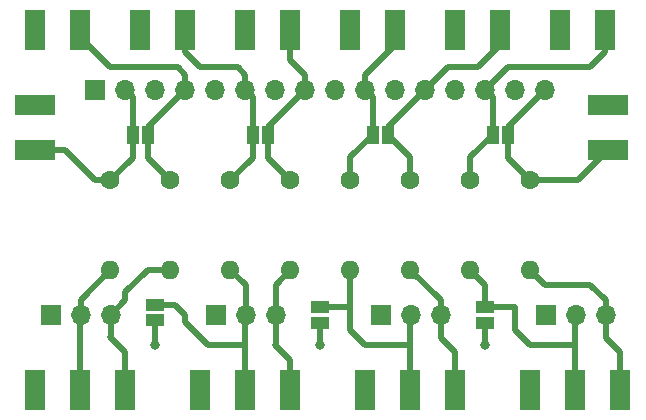
<source format=gbr>
G04 #@! TF.GenerationSoftware,KiCad,Pcbnew,(6.0.1)*
G04 #@! TF.CreationDate,2022-02-07T21:51:52+01:00*
G04 #@! TF.ProjectId,RC-LightDistribution,52432d4c-6967-4687-9444-697374726962,rev?*
G04 #@! TF.SameCoordinates,Original*
G04 #@! TF.FileFunction,Copper,L1,Top*
G04 #@! TF.FilePolarity,Positive*
%FSLAX46Y46*%
G04 Gerber Fmt 4.6, Leading zero omitted, Abs format (unit mm)*
G04 Created by KiCad (PCBNEW (6.0.1)) date 2022-02-07 21:51:52*
%MOMM*%
%LPD*%
G01*
G04 APERTURE LIST*
G04 #@! TA.AperFunction,ComponentPad*
%ADD10C,1.600000*%
G04 #@! TD*
G04 #@! TA.AperFunction,ComponentPad*
%ADD11O,1.600000X1.600000*%
G04 #@! TD*
G04 #@! TA.AperFunction,SMDPad,CuDef*
%ADD12R,1.800000X3.400000*%
G04 #@! TD*
G04 #@! TA.AperFunction,SMDPad,CuDef*
%ADD13R,1.500000X1.000000*%
G04 #@! TD*
G04 #@! TA.AperFunction,ComponentPad*
%ADD14R,1.700000X1.700000*%
G04 #@! TD*
G04 #@! TA.AperFunction,ComponentPad*
%ADD15O,1.700000X1.700000*%
G04 #@! TD*
G04 #@! TA.AperFunction,SMDPad,CuDef*
%ADD16R,1.000000X1.500000*%
G04 #@! TD*
G04 #@! TA.AperFunction,SMDPad,CuDef*
%ADD17R,3.400000X1.800000*%
G04 #@! TD*
G04 #@! TA.AperFunction,ViaPad*
%ADD18C,0.800000*%
G04 #@! TD*
G04 #@! TA.AperFunction,Conductor*
%ADD19C,0.500000*%
G04 #@! TD*
G04 APERTURE END LIST*
D10*
G04 #@! TO.P,R7,1*
G04 #@! TO.N,Net-(J3-Pad14)*
X157480000Y-90170000D03*
D11*
G04 #@! TO.P,R7,2*
G04 #@! TO.N,Net-(J5-Pad2)*
X157480000Y-97790000D03*
G04 #@! TD*
D12*
G04 #@! TO.P,TP1,1,1*
G04 #@! TO.N,GND*
X120650000Y-107950000D03*
G04 #@! TD*
D13*
G04 #@! TO.P,JP7,1,A*
G04 #@! TO.N,Net-(J5-Pad2)*
X158750000Y-100950000D03*
G04 #@! TO.P,JP7,2,B*
G04 #@! TO.N,Net-(J4-Pad2)*
X158750000Y-102250000D03*
G04 #@! TD*
D12*
G04 #@! TO.P,TP20,1,1*
G04 #@! TO.N,GND*
X165100000Y-77470000D03*
G04 #@! TD*
G04 #@! TO.P,TP18,1,1*
G04 #@! TO.N,Net-(J3-Pad12)*
X160020000Y-77470000D03*
G04 #@! TD*
G04 #@! TO.P,TP2,1,1*
G04 #@! TO.N,Net-(J1-Pad2)*
X124460000Y-107950000D03*
G04 #@! TD*
G04 #@! TO.P,TP19,1,1*
G04 #@! TO.N,GND*
X148590000Y-107950000D03*
G04 #@! TD*
G04 #@! TO.P,TP27,1,1*
G04 #@! TO.N,Net-(J5-Pad2)*
X166370000Y-107950000D03*
G04 #@! TD*
G04 #@! TO.P,TP17,1,1*
G04 #@! TO.N,GND*
X156210000Y-77470000D03*
G04 #@! TD*
D10*
G04 #@! TO.P,R3,1*
G04 #@! TO.N,Net-(J3-Pad6)*
X137160000Y-90170000D03*
D11*
G04 #@! TO.P,R3,2*
G04 #@! TO.N,Net-(J2-Pad2)*
X137160000Y-97790000D03*
G04 #@! TD*
D14*
G04 #@! TO.P,J1,1,Pin_1*
G04 #@! TO.N,GND*
X121935000Y-101600000D03*
D15*
G04 #@! TO.P,J1,2,Pin_2*
G04 #@! TO.N,Net-(J1-Pad2)*
X124475000Y-101600000D03*
G04 #@! TO.P,J1,3,Pin_3*
G04 #@! TO.N,Net-(J1-Pad3)*
X127015000Y-101600000D03*
G04 #@! TD*
D16*
G04 #@! TO.P,JP5,1,A*
G04 #@! TO.N,Net-(J3-Pad10)*
X149210000Y-86360000D03*
G04 #@! TO.P,JP5,2,B*
G04 #@! TO.N,Net-(J3-Pad12)*
X150510000Y-86360000D03*
G04 #@! TD*
D12*
G04 #@! TO.P,TP26,1,1*
G04 #@! TO.N,GND*
X162560000Y-107950000D03*
G04 #@! TD*
G04 #@! TO.P,TP12,1,1*
G04 #@! TO.N,Net-(J3-Pad6)*
X133350000Y-77470000D03*
G04 #@! TD*
D13*
G04 #@! TO.P,JP3,1,A*
G04 #@! TO.N,Net-(J4-Pad2)*
X144780000Y-100950000D03*
G04 #@! TO.P,JP3,2,B*
G04 #@! TO.N,Net-(J2-Pad2)*
X144780000Y-102250000D03*
G04 #@! TD*
D16*
G04 #@! TO.P,JP4,1,A*
G04 #@! TO.N,Net-(J3-Pad6)*
X139050000Y-86360000D03*
G04 #@! TO.P,JP4,2,B*
G04 #@! TO.N,Net-(J3-Pad8)*
X140350000Y-86360000D03*
G04 #@! TD*
D13*
G04 #@! TO.P,JP1,1,A*
G04 #@! TO.N,Net-(J2-Pad2)*
X130810000Y-100755000D03*
G04 #@! TO.P,JP1,2,B*
G04 #@! TO.N,Net-(J1-Pad2)*
X130810000Y-102055000D03*
G04 #@! TD*
D17*
G04 #@! TO.P,TP25,1,1*
G04 #@! TO.N,Net-(J3-Pad16)*
X169120000Y-87630000D03*
G04 #@! TD*
D10*
G04 #@! TO.P,R1,1*
G04 #@! TO.N,Net-(J3-Pad2)*
X127000000Y-90170000D03*
D11*
G04 #@! TO.P,R1,2*
G04 #@! TO.N,Net-(J1-Pad2)*
X127000000Y-97790000D03*
G04 #@! TD*
D12*
G04 #@! TO.P,TP21,1,1*
G04 #@! TO.N,Net-(J4-Pad2)*
X152400000Y-107950000D03*
G04 #@! TD*
D17*
G04 #@! TO.P,TP7,1,1*
G04 #@! TO.N,GND*
X120650000Y-83820000D03*
G04 #@! TD*
D12*
G04 #@! TO.P,TP11,1,1*
G04 #@! TO.N,GND*
X129540000Y-77470000D03*
G04 #@! TD*
G04 #@! TO.P,TP4,1,1*
G04 #@! TO.N,GND*
X134620000Y-107950000D03*
G04 #@! TD*
D17*
G04 #@! TO.P,TP24,1,1*
G04 #@! TO.N,GND*
X169120000Y-83820000D03*
G04 #@! TD*
D14*
G04 #@! TO.P,J4,1,Pin_1*
G04 #@! TO.N,GND*
X149875000Y-101600000D03*
D15*
G04 #@! TO.P,J4,2,Pin_2*
G04 #@! TO.N,Net-(J4-Pad2)*
X152415000Y-101600000D03*
G04 #@! TO.P,J4,3,Pin_3*
G04 #@! TO.N,Net-(J4-Pad3)*
X154955000Y-101600000D03*
G04 #@! TD*
D16*
G04 #@! TO.P,JP2,1,A*
G04 #@! TO.N,Net-(J3-Pad2)*
X128890000Y-86360000D03*
G04 #@! TO.P,JP2,2,B*
G04 #@! TO.N,Net-(J3-Pad4)*
X130190000Y-86360000D03*
G04 #@! TD*
D12*
G04 #@! TO.P,TP16,1,1*
G04 #@! TO.N,Net-(J3-Pad10)*
X151130000Y-77470000D03*
G04 #@! TD*
G04 #@! TO.P,TP22,1,1*
G04 #@! TO.N,Net-(J3-Pad14)*
X168910000Y-77470000D03*
G04 #@! TD*
G04 #@! TO.P,TP13,1,1*
G04 #@! TO.N,GND*
X138430000Y-77470000D03*
G04 #@! TD*
D17*
G04 #@! TO.P,TP8,1,1*
G04 #@! TO.N,Net-(J3-Pad2)*
X120650000Y-87630000D03*
G04 #@! TD*
D10*
G04 #@! TO.P,R2,1*
G04 #@! TO.N,Net-(J3-Pad4)*
X132080000Y-90170000D03*
D11*
G04 #@! TO.P,R2,2*
G04 #@! TO.N,Net-(J1-Pad3)*
X132080000Y-97790000D03*
G04 #@! TD*
D14*
G04 #@! TO.P,J2,1,Pin_1*
G04 #@! TO.N,GND*
X135905000Y-101600000D03*
D15*
G04 #@! TO.P,J2,2,Pin_2*
G04 #@! TO.N,Net-(J2-Pad2)*
X138445000Y-101600000D03*
G04 #@! TO.P,J2,3,Pin_3*
G04 #@! TO.N,Net-(J2-Pad3)*
X140985000Y-101600000D03*
G04 #@! TD*
D10*
G04 #@! TO.P,R8,1*
G04 #@! TO.N,Net-(J3-Pad16)*
X162560000Y-90170000D03*
D11*
G04 #@! TO.P,R8,2*
G04 #@! TO.N,Net-(J5-Pad3)*
X162560000Y-97790000D03*
G04 #@! TD*
D14*
G04 #@! TO.P,J3,1,Pin_1*
G04 #@! TO.N,GND*
X125730000Y-82550000D03*
D15*
G04 #@! TO.P,J3,2,Pin_2*
G04 #@! TO.N,Net-(J3-Pad2)*
X128270000Y-82550000D03*
G04 #@! TO.P,J3,3,Pin_3*
G04 #@! TO.N,GND*
X130810000Y-82550000D03*
G04 #@! TO.P,J3,4,Pin_4*
G04 #@! TO.N,Net-(J3-Pad4)*
X133350000Y-82550000D03*
G04 #@! TO.P,J3,5,Pin_5*
G04 #@! TO.N,GND*
X135890000Y-82550000D03*
G04 #@! TO.P,J3,6,Pin_6*
G04 #@! TO.N,Net-(J3-Pad6)*
X138430000Y-82550000D03*
G04 #@! TO.P,J3,7,Pin_7*
G04 #@! TO.N,GND*
X140970000Y-82550000D03*
G04 #@! TO.P,J3,8,Pin_8*
G04 #@! TO.N,Net-(J3-Pad8)*
X143510000Y-82550000D03*
G04 #@! TO.P,J3,9,Pin_9*
G04 #@! TO.N,GND*
X146050000Y-82550000D03*
G04 #@! TO.P,J3,10,Pin_10*
G04 #@! TO.N,Net-(J3-Pad10)*
X148590000Y-82550000D03*
G04 #@! TO.P,J3,11,Pin_11*
G04 #@! TO.N,GND*
X151130000Y-82550000D03*
G04 #@! TO.P,J3,12,Pin_12*
G04 #@! TO.N,Net-(J3-Pad12)*
X153670000Y-82550000D03*
G04 #@! TO.P,J3,13,Pin_13*
G04 #@! TO.N,GND*
X156210000Y-82550000D03*
G04 #@! TO.P,J3,14,Pin_14*
G04 #@! TO.N,Net-(J3-Pad14)*
X158750000Y-82550000D03*
G04 #@! TO.P,J3,15,Pin_15*
G04 #@! TO.N,GND*
X161290000Y-82550000D03*
G04 #@! TO.P,J3,16,Pin_16*
G04 #@! TO.N,Net-(J3-Pad16)*
X163830000Y-82550000D03*
G04 #@! TD*
D10*
G04 #@! TO.P,R4,1*
G04 #@! TO.N,Net-(J3-Pad8)*
X142240000Y-90170000D03*
D11*
G04 #@! TO.P,R4,2*
G04 #@! TO.N,Net-(J2-Pad3)*
X142240000Y-97790000D03*
G04 #@! TD*
D16*
G04 #@! TO.P,JP6,1,A*
G04 #@! TO.N,Net-(J3-Pad14)*
X159370000Y-86360000D03*
G04 #@! TO.P,JP6,2,B*
G04 #@! TO.N,Net-(J3-Pad16)*
X160670000Y-86360000D03*
G04 #@! TD*
D10*
G04 #@! TO.P,R5,1*
G04 #@! TO.N,Net-(J3-Pad10)*
X147320000Y-90170000D03*
D11*
G04 #@! TO.P,R5,2*
G04 #@! TO.N,Net-(J4-Pad2)*
X147320000Y-97790000D03*
G04 #@! TD*
D12*
G04 #@! TO.P,TP15,1,1*
G04 #@! TO.N,GND*
X147320000Y-77470000D03*
G04 #@! TD*
G04 #@! TO.P,TP14,1,1*
G04 #@! TO.N,Net-(J3-Pad8)*
X142240000Y-77470000D03*
G04 #@! TD*
D14*
G04 #@! TO.P,J5,1,Pin_1*
G04 #@! TO.N,GND*
X163845000Y-101600000D03*
D15*
G04 #@! TO.P,J5,2,Pin_2*
G04 #@! TO.N,Net-(J5-Pad2)*
X166385000Y-101600000D03*
G04 #@! TO.P,J5,3,Pin_3*
G04 #@! TO.N,Net-(J5-Pad3)*
X168925000Y-101600000D03*
G04 #@! TD*
D12*
G04 #@! TO.P,TP28,1,1*
G04 #@! TO.N,Net-(J5-Pad3)*
X170180000Y-107950000D03*
G04 #@! TD*
D10*
G04 #@! TO.P,R6,1*
G04 #@! TO.N,Net-(J3-Pad12)*
X152400000Y-90170000D03*
D11*
G04 #@! TO.P,R6,2*
G04 #@! TO.N,Net-(J4-Pad3)*
X152400000Y-97790000D03*
G04 #@! TD*
D12*
G04 #@! TO.P,TP9,1,1*
G04 #@! TO.N,GND*
X120650000Y-77470000D03*
G04 #@! TD*
G04 #@! TO.P,TP5,1,1*
G04 #@! TO.N,Net-(J2-Pad2)*
X138430000Y-107950000D03*
G04 #@! TD*
G04 #@! TO.P,TP3,1,1*
G04 #@! TO.N,Net-(J1-Pad3)*
X128270000Y-107950000D03*
G04 #@! TD*
G04 #@! TO.P,TP23,1,1*
G04 #@! TO.N,Net-(J4-Pad3)*
X156210000Y-107950000D03*
G04 #@! TD*
G04 #@! TO.P,TP10,1,1*
G04 #@! TO.N,Net-(J3-Pad4)*
X124460000Y-77470000D03*
G04 #@! TD*
G04 #@! TO.P,TP6,1,1*
G04 #@! TO.N,Net-(J2-Pad3)*
X142240000Y-107950000D03*
G04 #@! TD*
D18*
G04 #@! TO.N,GND*
X120650000Y-83820000D03*
X134620000Y-107950000D03*
X120650000Y-77470000D03*
X120650000Y-107950000D03*
X165100000Y-77470000D03*
X156210000Y-77470000D03*
X147320000Y-77470000D03*
X148590000Y-107950000D03*
X169120000Y-83820000D03*
X129540000Y-77470000D03*
X162560000Y-107950000D03*
X138430000Y-77470000D03*
G04 #@! TO.N,Net-(J1-Pad2)*
X130810000Y-104140000D03*
G04 #@! TO.N,Net-(J2-Pad2)*
X144780000Y-104140000D03*
G04 #@! TO.N,Net-(J4-Pad2)*
X158750000Y-104140000D03*
G04 #@! TD*
D19*
G04 #@! TO.N,Net-(J2-Pad3)*
X140985000Y-104125000D02*
X140985000Y-101600000D01*
X140970000Y-104140000D02*
X140985000Y-104125000D01*
X142240000Y-105410000D02*
X140970000Y-104140000D01*
X142240000Y-107950000D02*
X142240000Y-105410000D01*
G04 #@! TO.N,Net-(J1-Pad3)*
X127015000Y-103490000D02*
X127015000Y-101600000D01*
X127000000Y-103505000D02*
X127015000Y-103490000D01*
X128270000Y-104775000D02*
X127000000Y-103505000D01*
X128270000Y-107950000D02*
X128270000Y-104775000D01*
G04 #@! TO.N,Net-(J3-Pad10)*
X149210000Y-83170000D02*
X148590000Y-82550000D01*
X149210000Y-86360000D02*
X149210000Y-83170000D01*
G04 #@! TO.N,Net-(J3-Pad12)*
X150510000Y-85710000D02*
X153670000Y-82550000D01*
X150510000Y-86360000D02*
X150510000Y-85710000D01*
X152400000Y-88250000D02*
X150510000Y-86360000D01*
X152400000Y-90170000D02*
X152400000Y-88250000D01*
G04 #@! TO.N,Net-(J3-Pad10)*
X147320000Y-88250000D02*
X149210000Y-86360000D01*
X147320000Y-90170000D02*
X147320000Y-88250000D01*
G04 #@! TO.N,Net-(J3-Pad6)*
X139050000Y-86360000D02*
X139050000Y-83170000D01*
X139050000Y-83170000D02*
X138430000Y-82550000D01*
G04 #@! TO.N,Net-(J3-Pad8)*
X140350000Y-85710000D02*
X143510000Y-82550000D01*
X140350000Y-86360000D02*
X140350000Y-85710000D01*
X140350000Y-88280000D02*
X142240000Y-90170000D01*
X140350000Y-86360000D02*
X140350000Y-88280000D01*
G04 #@! TO.N,Net-(J3-Pad6)*
X139050000Y-86360000D02*
X139050000Y-88280000D01*
X139050000Y-88280000D02*
X137160000Y-90170000D01*
G04 #@! TO.N,Net-(J3-Pad2)*
X125730000Y-90170000D02*
X123190000Y-87630000D01*
X127000000Y-90170000D02*
X125730000Y-90170000D01*
X123190000Y-87630000D02*
X120650000Y-87630000D01*
X128890000Y-88280000D02*
X127000000Y-90170000D01*
X128890000Y-86360000D02*
X128890000Y-88280000D01*
G04 #@! TO.N,Net-(J3-Pad4)*
X130190000Y-86360000D02*
X130190000Y-88280000D01*
X130190000Y-88280000D02*
X132080000Y-90170000D01*
G04 #@! TO.N,Net-(J3-Pad2)*
X128890000Y-83170000D02*
X128270000Y-82550000D01*
X128890000Y-86360000D02*
X128890000Y-83170000D01*
G04 #@! TO.N,Net-(J3-Pad4)*
X130190000Y-85710000D02*
X133350000Y-82550000D01*
X130190000Y-86360000D02*
X130190000Y-85710000D01*
X124460000Y-78105000D02*
X124460000Y-77470000D01*
X132715000Y-80645000D02*
X127000000Y-80645000D01*
X127000000Y-80645000D02*
X124460000Y-78105000D01*
X133350000Y-81280000D02*
X132715000Y-80645000D01*
X133350000Y-82550000D02*
X133350000Y-81280000D01*
G04 #@! TO.N,Net-(J3-Pad6)*
X134620000Y-80645000D02*
X133350000Y-79375000D01*
X137795000Y-80645000D02*
X134620000Y-80645000D01*
X138430000Y-81280000D02*
X137795000Y-80645000D01*
X138430000Y-82550000D02*
X138430000Y-81280000D01*
X133350000Y-79375000D02*
X133350000Y-77470000D01*
G04 #@! TO.N,Net-(J3-Pad8)*
X142240000Y-80010000D02*
X142240000Y-77470000D01*
X143510000Y-81280000D02*
X142240000Y-80010000D01*
X143510000Y-82550000D02*
X143510000Y-81280000D01*
G04 #@! TO.N,Net-(J3-Pad10)*
X151130000Y-78740000D02*
X151130000Y-77470000D01*
X148590000Y-81280000D02*
X151130000Y-78740000D01*
X148590000Y-82550000D02*
X148590000Y-81280000D01*
G04 #@! TO.N,Net-(J3-Pad12)*
X160020000Y-78740000D02*
X160020000Y-77470000D01*
X158115000Y-80645000D02*
X160020000Y-78740000D01*
X155575000Y-80645000D02*
X158115000Y-80645000D01*
X153670000Y-82550000D02*
X155575000Y-80645000D01*
G04 #@! TO.N,Net-(J3-Pad14)*
X168910000Y-79375000D02*
X168910000Y-77470000D01*
X167640000Y-80645000D02*
X168910000Y-79375000D01*
X158750000Y-82550000D02*
X160655000Y-80645000D01*
X160655000Y-80645000D02*
X167640000Y-80645000D01*
G04 #@! TO.N,Net-(J3-Pad16)*
X160670000Y-85710000D02*
X163830000Y-82550000D01*
X160670000Y-86360000D02*
X160670000Y-85710000D01*
G04 #@! TO.N,Net-(J3-Pad14)*
X159370000Y-83170000D02*
X158750000Y-82550000D01*
X159370000Y-86360000D02*
X159370000Y-83170000D01*
X157480000Y-88250000D02*
X159370000Y-86360000D01*
X157480000Y-90170000D02*
X157480000Y-88250000D01*
G04 #@! TO.N,Net-(J3-Pad16)*
X166580000Y-90170000D02*
X169120000Y-87630000D01*
X162560000Y-90170000D02*
X166580000Y-90170000D01*
X160670000Y-88280000D02*
X162560000Y-90170000D01*
X160670000Y-86360000D02*
X160670000Y-88280000D01*
G04 #@! TO.N,Net-(J5-Pad3)*
X163830000Y-99060000D02*
X162560000Y-97790000D01*
X167640000Y-99060000D02*
X163830000Y-99060000D01*
X168925000Y-100345000D02*
X167640000Y-99060000D01*
X168925000Y-101600000D02*
X168925000Y-100345000D01*
X170180000Y-104775000D02*
X170180000Y-107950000D01*
X168925000Y-103520000D02*
X170180000Y-104775000D01*
X168925000Y-101600000D02*
X168925000Y-103520000D01*
G04 #@! TO.N,Net-(J4-Pad3)*
X156210000Y-104775000D02*
X156210000Y-107950000D01*
X154955000Y-103520000D02*
X156210000Y-104775000D01*
X154955000Y-101600000D02*
X154955000Y-103520000D01*
X154955000Y-100345000D02*
X152400000Y-97790000D01*
X154955000Y-101600000D02*
X154955000Y-100345000D01*
G04 #@! TO.N,Net-(J2-Pad3)*
X140985000Y-101600000D02*
X140985000Y-99045000D01*
X140985000Y-99045000D02*
X142240000Y-97790000D01*
G04 #@! TO.N,Net-(J2-Pad2)*
X138445000Y-99075000D02*
X137160000Y-97790000D01*
X138445000Y-101600000D02*
X138445000Y-99075000D01*
G04 #@! TO.N,Net-(J1-Pad3)*
X130175000Y-97790000D02*
X132080000Y-97790000D01*
X128270000Y-100345000D02*
X128270000Y-99695000D01*
X128270000Y-99695000D02*
X130175000Y-97790000D01*
X127015000Y-101600000D02*
X128270000Y-100345000D01*
G04 #@! TO.N,Net-(J1-Pad2)*
X124475000Y-100315000D02*
X127000000Y-97790000D01*
X124475000Y-101600000D02*
X124475000Y-100315000D01*
G04 #@! TO.N,Net-(J2-Pad2)*
X132505000Y-100755000D02*
X130810000Y-100755000D01*
X133350000Y-101600000D02*
X132505000Y-100755000D01*
X133350000Y-102235000D02*
X133350000Y-101600000D01*
X135255000Y-104140000D02*
X133350000Y-102235000D01*
X138430000Y-104140000D02*
X135255000Y-104140000D01*
X138430000Y-104140000D02*
X138430000Y-101615000D01*
X138430000Y-107950000D02*
X138430000Y-104140000D01*
G04 #@! TO.N,Net-(J4-Pad2)*
X147320000Y-100965000D02*
X147320000Y-97790000D01*
X147320000Y-100965000D02*
X147305000Y-100950000D01*
X148590000Y-104140000D02*
X147320000Y-102870000D01*
X152400000Y-104140000D02*
X148590000Y-104140000D01*
X147320000Y-102870000D02*
X147320000Y-100965000D01*
X152400000Y-104140000D02*
X152400000Y-101615000D01*
X152400000Y-107950000D02*
X152400000Y-104140000D01*
X147305000Y-100950000D02*
X144780000Y-100950000D01*
G04 #@! TO.N,Net-(J5-Pad2)*
X158750000Y-99060000D02*
X157480000Y-97790000D01*
X158750000Y-100950000D02*
X158750000Y-99060000D01*
X162560000Y-104140000D02*
X161290000Y-102870000D01*
X161275000Y-100950000D02*
X158750000Y-100950000D01*
X161290000Y-102870000D02*
X161290000Y-100965000D01*
X166370000Y-104140000D02*
X162560000Y-104140000D01*
X166370000Y-104140000D02*
X166370000Y-101615000D01*
X166370000Y-107950000D02*
X166370000Y-104140000D01*
X161290000Y-100965000D02*
X161275000Y-100950000D01*
X166370000Y-101615000D02*
X166385000Y-101600000D01*
G04 #@! TO.N,Net-(J4-Pad2)*
X152400000Y-101615000D02*
X152415000Y-101600000D01*
G04 #@! TO.N,Net-(J2-Pad2)*
X138430000Y-101615000D02*
X138445000Y-101600000D01*
G04 #@! TO.N,Net-(J1-Pad2)*
X124460000Y-101615000D02*
X124475000Y-101600000D01*
X124460000Y-107950000D02*
X124460000Y-101615000D01*
X130810000Y-104140000D02*
X130810000Y-102055000D01*
G04 #@! TO.N,Net-(J2-Pad2)*
X144780000Y-104140000D02*
X144780000Y-102250000D01*
G04 #@! TO.N,Net-(J4-Pad2)*
X158750000Y-104140000D02*
X158750000Y-102250000D01*
G04 #@! TD*
M02*

</source>
